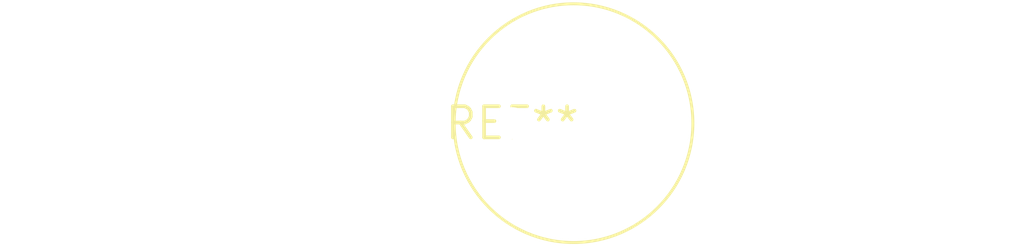
<source format=kicad_pcb>
(kicad_pcb (version 20240108) (generator pcbnew)
  (layers (0 "F.Cu" signal) (31 "B.Cu" signal) (34 "B.Paste" user) (35 "F.Paste" user) (36 "B.SilkS" user "B.Silkscreen") (37 "F.SilkS" user "F.Silkscreen") (38 "B.Mask" user) (39 "F.Mask" user) (44 "Edge.Cuts" user))
  (net 0 "")
  (footprint "L_Radial_D9.5mm_P5.00mm_Fastron_07HVP" (layer "F.Cu") (at 0 0)
    (property "Reference" "REF**")
    (property "Value" "L_Radial_D9.5mm_P5.00mm_Fastron_07HVP")
    (fp_circle (center 2.5 0) (end 7.37 0) (layer "F.SilkS") (stroke (width 0.12)) (fill none))
    (pad "1" thru_hole circle (at 0 0) (size 2.6 2.6) (drill 1.3) (layers *.Cu *.Mask) (remove_unused_layers))
    (pad "2" thru_hole circle (at 5 0) (size 2.6 2.6) (drill 1.3) (layers *.Cu *.Mask) (remove_unused_layers))
  )
)
</source>
